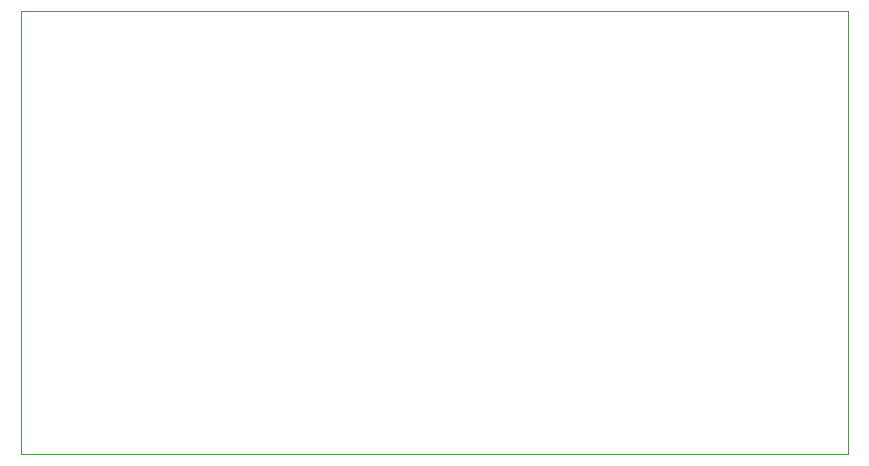
<source format=gbr>
G04 #@! TF.GenerationSoftware,KiCad,Pcbnew,5.1.10-88a1d61d58~90~ubuntu21.04.1*
G04 #@! TF.CreationDate,2021-10-15T10:06:39+02:00*
G04 #@! TF.ProjectId,IndicatorLeds,496e6469-6361-4746-9f72-4c6564732e6b,rev?*
G04 #@! TF.SameCoordinates,Original*
G04 #@! TF.FileFunction,Paste,Bot*
G04 #@! TF.FilePolarity,Positive*
%FSLAX46Y46*%
G04 Gerber Fmt 4.6, Leading zero omitted, Abs format (unit mm)*
G04 Created by KiCad (PCBNEW 5.1.10-88a1d61d58~90~ubuntu21.04.1) date 2021-10-15 10:06:39*
%MOMM*%
%LPD*%
G01*
G04 APERTURE LIST*
G04 #@! TA.AperFunction,Profile*
%ADD10C,0.100000*%
G04 #@! TD*
G04 APERTURE END LIST*
D10*
X45000000Y-49999000D02*
X110000000Y-49999000D01*
X45000000Y-87501000D02*
X45000000Y-49999000D01*
X115001000Y-87501000D02*
X45000000Y-87501000D01*
X115001000Y-49999000D02*
X115001000Y-87501000D01*
X110000000Y-49999000D02*
X115001000Y-49999000D01*
M02*

</source>
